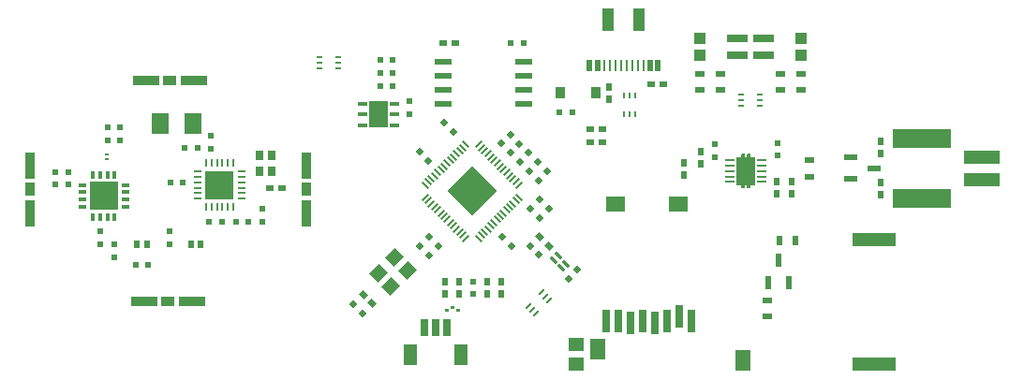
<source format=gbr>
%TF.GenerationSoftware,KiCad,Pcbnew,9.0.2+1*%
%TF.CreationDate,2025-05-31T23:41:05+01:00*%
%TF.ProjectId,OBC,4f42432e-6b69-4636-9164-5f7063625858,rev?*%
%TF.SameCoordinates,Original*%
%TF.FileFunction,Paste,Top*%
%TF.FilePolarity,Positive*%
%FSLAX45Y45*%
G04 Gerber Fmt 4.5, Leading zero omitted, Abs format (unit mm)*
G04 Created by KiCad (PCBNEW 9.0.2+1) date 2025-05-31 23:41:05*
%MOMM*%
%LPD*%
G01*
G04 APERTURE LIST*
G04 Aperture macros list*
%AMRoundRect*
0 Rectangle with rounded corners*
0 $1 Rounding radius*
0 $2 $3 $4 $5 $6 $7 $8 $9 X,Y pos of 4 corners*
0 Add a 4 corners polygon primitive as box body*
4,1,4,$2,$3,$4,$5,$6,$7,$8,$9,$2,$3,0*
0 Add four circle primitives for the rounded corners*
1,1,$1+$1,$2,$3*
1,1,$1+$1,$4,$5*
1,1,$1+$1,$6,$7*
1,1,$1+$1,$8,$9*
0 Add four rect primitives between the rounded corners*
20,1,$1+$1,$2,$3,$4,$5,0*
20,1,$1+$1,$4,$5,$6,$7,0*
20,1,$1+$1,$6,$7,$8,$9,0*
20,1,$1+$1,$8,$9,$2,$3,0*%
%AMRotRect*
0 Rectangle, with rotation*
0 The origin of the aperture is its center*
0 $1 length*
0 $2 width*
0 $3 Rotation angle, in degrees counterclockwise*
0 Add horizontal line*
21,1,$1,$2,0,0,$3*%
%AMFreePoly0*
4,1,21,-0.127000,1.244600,0.127000,1.244600,0.127000,1.549400,0.381000,1.549400,0.381000,1.244600,0.876300,1.244600,0.876300,-1.244600,0.381000,-1.244600,0.381000,-1.549400,0.127000,-1.549400,0.127000,-1.244600,-0.127000,-1.244600,-0.127000,-1.549400,-0.381000,-1.549400,-0.381000,-1.244600,-0.876300,-1.244600,-0.876300,1.244600,-0.381000,1.244600,-0.381000,1.549400,-0.127000,1.549400,
-0.127000,1.244600,-0.127000,1.244600,$1*%
G04 Aperture macros list end*
%ADD10C,0.000000*%
%ADD11C,0.010000*%
%ADD12RotRect,0.177800X0.812800X45.000000*%
%ADD13RotRect,0.177800X0.812800X315.000000*%
%ADD14RotRect,3.200400X3.200400X315.000000*%
%ADD15R,0.520000X1.000000*%
%ADD16R,0.270000X1.000000*%
%ADD17R,1.000000X2.000000*%
%ADD18R,0.800000X2.000000*%
%ADD19R,1.800000X1.400000*%
%ADD20R,1.400000X1.900000*%
%ADD21RotRect,1.100000X1.300000X135.000000*%
%ADD22R,0.925000X2.400000*%
%ADD23R,0.925000X1.300000*%
%ADD24R,2.400000X0.925000*%
%ADD25R,1.300000X0.925000*%
%ADD26R,0.812800X0.406400*%
%ADD27R,1.752600X2.489200*%
%ADD28RoundRect,0.095000X-0.285000X-0.335000X0.285000X-0.335000X0.285000X0.335000X-0.285000X0.335000X0*%
%ADD29RoundRect,0.227500X-0.227500X-0.307500X0.227500X-0.307500X0.227500X0.307500X-0.227500X0.307500X0*%
%ADD30RotRect,0.762000X0.254000X315.000000*%
%ADD31R,0.508000X0.558800*%
%ADD32R,0.499999X0.655599*%
%ADD33R,1.524000X0.533400*%
%ADD34R,0.558800X0.508000*%
%ADD35R,0.762000X0.254000*%
%ADD36R,0.254000X0.762000*%
%ADD37R,2.641600X2.641600*%
%ADD38R,0.655599X0.499999*%
%ADD39R,0.400000X0.210000*%
%ADD40R,1.450000X1.150000*%
%ADD41RotRect,0.558800X0.508000X225.000000*%
%ADD42RotRect,0.558800X0.508000X315.000000*%
%ADD43R,0.812800X0.500000*%
%ADD44R,1.244600X0.558800*%
%ADD45R,0.660400X1.549400*%
%ADD46R,1.295400X1.905000*%
%ADD47R,0.600000X1.250000*%
%ADD48R,0.304800X0.762000*%
%ADD49R,0.762000X0.304800*%
%ADD50RotRect,0.558800X0.508000X45.000000*%
%ADD51R,0.500000X0.660000*%
%ADD52R,0.609600X0.228600*%
%ADD53R,1.000000X1.050000*%
%ADD54R,1.905000X0.660400*%
%ADD55RotRect,0.558800X0.508000X135.000000*%
%ADD56RotRect,0.655599X0.499999X135.000000*%
%ADD57R,3.200400X1.244600*%
%ADD58R,5.359400X1.752600*%
%ADD59R,1.550000X1.950000*%
%ADD60R,4.000000X1.200000*%
%ADD61R,0.228600X0.609600*%
%ADD62R,0.500000X0.812800*%
%ADD63RotRect,0.655599X0.499999X315.000000*%
%ADD64RotRect,0.609600X0.228600X225.000000*%
%ADD65R,0.812800X0.254000*%
%ADD66FreePoly0,0.000000*%
G04 APERTURE END LIST*
D10*
%TO.C,MCU1*%
G36*
X15217009Y-8317849D02*
G01*
X15118000Y-8416858D01*
X15018991Y-8317849D01*
X15118000Y-8218840D01*
X15217009Y-8317849D01*
G37*
G36*
X15103858Y-8431000D02*
G01*
X15004849Y-8530009D01*
X14905840Y-8431000D01*
X15004849Y-8331991D01*
X15103858Y-8431000D01*
G37*
G36*
X15330160Y-8431000D02*
G01*
X15231151Y-8530009D01*
X15132142Y-8431000D01*
X15231151Y-8331991D01*
X15330160Y-8431000D01*
G37*
G36*
X15217009Y-8544151D02*
G01*
X15118000Y-8643160D01*
X15018991Y-8544151D01*
X15118000Y-8445142D01*
X15217009Y-8544151D01*
G37*
D11*
%TO.C,D5*%
X14893300Y-9490940D02*
X14893500Y-9490940D01*
X14893800Y-9491040D01*
X14894000Y-9491040D01*
X14894300Y-9491140D01*
X14894500Y-9491240D01*
X14894800Y-9491340D01*
X14895000Y-9491540D01*
X14895200Y-9491640D01*
X14895400Y-9491840D01*
X14895600Y-9491940D01*
X14895800Y-9492140D01*
X14896000Y-9492340D01*
X14896200Y-9492540D01*
X14896400Y-9492740D01*
X14896500Y-9492940D01*
X14896700Y-9493140D01*
X14896800Y-9493340D01*
X14897000Y-9493540D01*
X14897100Y-9493840D01*
X14897200Y-9494040D01*
X14897300Y-9494340D01*
X14897300Y-9494540D01*
X14897400Y-9494840D01*
X14897400Y-9495040D01*
X14897500Y-9495340D01*
X14897500Y-9495540D01*
X14897500Y-9495840D01*
X14897500Y-9506840D01*
X14897500Y-9507140D01*
X14897500Y-9507340D01*
X14897400Y-9507640D01*
X14897400Y-9507840D01*
X14897300Y-9508140D01*
X14897300Y-9508340D01*
X14897200Y-9508640D01*
X14897100Y-9508840D01*
X14897000Y-9509140D01*
X14896800Y-9509340D01*
X14896700Y-9509540D01*
X14896500Y-9509740D01*
X14896400Y-9509940D01*
X14896200Y-9510140D01*
X14896000Y-9510340D01*
X14895800Y-9510540D01*
X14895600Y-9510740D01*
X14895400Y-9510840D01*
X14895200Y-9511040D01*
X14895000Y-9511140D01*
X14894800Y-9511340D01*
X14894500Y-9511440D01*
X14894300Y-9511540D01*
X14894000Y-9511640D01*
X14893800Y-9511640D01*
X14893500Y-9511740D01*
X14893300Y-9511740D01*
X14893000Y-9511840D01*
X14892800Y-9511840D01*
X14892500Y-9511840D01*
X14881500Y-9511840D01*
X14881200Y-9511840D01*
X14881000Y-9511840D01*
X14880700Y-9511740D01*
X14880500Y-9511740D01*
X14880200Y-9511640D01*
X14880000Y-9511640D01*
X14879700Y-9511540D01*
X14879500Y-9511440D01*
X14879200Y-9511340D01*
X14879000Y-9511140D01*
X14878800Y-9511040D01*
X14878600Y-9510840D01*
X14878400Y-9510740D01*
X14878200Y-9510540D01*
X14878000Y-9510340D01*
X14877800Y-9510140D01*
X14877600Y-9509940D01*
X14877500Y-9509740D01*
X14877300Y-9509540D01*
X14877200Y-9509340D01*
X14877000Y-9509140D01*
X14876900Y-9508840D01*
X14876800Y-9508640D01*
X14876700Y-9508340D01*
X14876700Y-9508140D01*
X14876600Y-9507840D01*
X14876600Y-9507640D01*
X14876500Y-9507340D01*
X14876500Y-9507140D01*
X14876500Y-9506840D01*
X14876500Y-9495840D01*
X14876500Y-9495540D01*
X14876500Y-9495340D01*
X14876600Y-9495040D01*
X14876600Y-9494840D01*
X14876700Y-9494540D01*
X14876700Y-9494340D01*
X14876800Y-9494040D01*
X14876900Y-9493840D01*
X14877000Y-9493540D01*
X14877200Y-9493340D01*
X14877300Y-9493140D01*
X14877500Y-9492940D01*
X14877600Y-9492740D01*
X14877800Y-9492540D01*
X14878000Y-9492340D01*
X14878200Y-9492140D01*
X14878400Y-9491940D01*
X14878600Y-9491840D01*
X14878800Y-9491640D01*
X14879000Y-9491540D01*
X14879200Y-9491340D01*
X14879500Y-9491240D01*
X14879700Y-9491140D01*
X14880000Y-9491040D01*
X14880200Y-9491040D01*
X14880500Y-9490940D01*
X14880700Y-9490940D01*
X14881000Y-9490840D01*
X14881200Y-9490840D01*
X14881500Y-9490840D01*
X14892500Y-9490840D01*
X14892800Y-9490840D01*
X14893000Y-9490840D01*
X14893300Y-9490940D01*
G36*
X14893300Y-9490940D02*
G01*
X14893500Y-9490940D01*
X14893800Y-9491040D01*
X14894000Y-9491040D01*
X14894300Y-9491140D01*
X14894500Y-9491240D01*
X14894800Y-9491340D01*
X14895000Y-9491540D01*
X14895200Y-9491640D01*
X14895400Y-9491840D01*
X14895600Y-9491940D01*
X14895800Y-9492140D01*
X14896000Y-9492340D01*
X14896200Y-9492540D01*
X14896400Y-9492740D01*
X14896500Y-9492940D01*
X14896700Y-9493140D01*
X14896800Y-9493340D01*
X14897000Y-9493540D01*
X14897100Y-9493840D01*
X14897200Y-9494040D01*
X14897300Y-9494340D01*
X14897300Y-9494540D01*
X14897400Y-9494840D01*
X14897400Y-9495040D01*
X14897500Y-9495340D01*
X14897500Y-9495540D01*
X14897500Y-9495840D01*
X14897500Y-9506840D01*
X14897500Y-9507140D01*
X14897500Y-9507340D01*
X14897400Y-9507640D01*
X14897400Y-9507840D01*
X14897300Y-9508140D01*
X14897300Y-9508340D01*
X14897200Y-9508640D01*
X14897100Y-9508840D01*
X14897000Y-9509140D01*
X14896800Y-9509340D01*
X14896700Y-9509540D01*
X14896500Y-9509740D01*
X14896400Y-9509940D01*
X14896200Y-9510140D01*
X14896000Y-9510340D01*
X14895800Y-9510540D01*
X14895600Y-9510740D01*
X14895400Y-9510840D01*
X14895200Y-9511040D01*
X14895000Y-9511140D01*
X14894800Y-9511340D01*
X14894500Y-9511440D01*
X14894300Y-9511540D01*
X14894000Y-9511640D01*
X14893800Y-9511640D01*
X14893500Y-9511740D01*
X14893300Y-9511740D01*
X14893000Y-9511840D01*
X14892800Y-9511840D01*
X14892500Y-9511840D01*
X14881500Y-9511840D01*
X14881200Y-9511840D01*
X14881000Y-9511840D01*
X14880700Y-9511740D01*
X14880500Y-9511740D01*
X14880200Y-9511640D01*
X14880000Y-9511640D01*
X14879700Y-9511540D01*
X14879500Y-9511440D01*
X14879200Y-9511340D01*
X14879000Y-9511140D01*
X14878800Y-9511040D01*
X14878600Y-9510840D01*
X14878400Y-9510740D01*
X14878200Y-9510540D01*
X14878000Y-9510340D01*
X14877800Y-9510140D01*
X14877600Y-9509940D01*
X14877500Y-9509740D01*
X14877300Y-9509540D01*
X14877200Y-9509340D01*
X14877000Y-9509140D01*
X14876900Y-9508840D01*
X14876800Y-9508640D01*
X14876700Y-9508340D01*
X14876700Y-9508140D01*
X14876600Y-9507840D01*
X14876600Y-9507640D01*
X14876500Y-9507340D01*
X14876500Y-9507140D01*
X14876500Y-9506840D01*
X14876500Y-9495840D01*
X14876500Y-9495540D01*
X14876500Y-9495340D01*
X14876600Y-9495040D01*
X14876600Y-9494840D01*
X14876700Y-9494540D01*
X14876700Y-9494340D01*
X14876800Y-9494040D01*
X14876900Y-9493840D01*
X14877000Y-9493540D01*
X14877200Y-9493340D01*
X14877300Y-9493140D01*
X14877500Y-9492940D01*
X14877600Y-9492740D01*
X14877800Y-9492540D01*
X14878000Y-9492340D01*
X14878200Y-9492140D01*
X14878400Y-9491940D01*
X14878600Y-9491840D01*
X14878800Y-9491640D01*
X14879000Y-9491540D01*
X14879200Y-9491340D01*
X14879500Y-9491240D01*
X14879700Y-9491140D01*
X14880000Y-9491040D01*
X14880200Y-9491040D01*
X14880500Y-9490940D01*
X14880700Y-9490940D01*
X14881000Y-9490840D01*
X14881200Y-9490840D01*
X14881500Y-9490840D01*
X14892500Y-9490840D01*
X14892800Y-9490840D01*
X14893000Y-9490840D01*
X14893300Y-9490940D01*
G37*
X14943300Y-9465940D02*
X14943500Y-9465940D01*
X14943800Y-9466040D01*
X14944000Y-9466040D01*
X14944300Y-9466140D01*
X14944500Y-9466240D01*
X14944800Y-9466340D01*
X14945000Y-9466540D01*
X14945200Y-9466640D01*
X14945400Y-9466840D01*
X14945600Y-9466940D01*
X14945800Y-9467140D01*
X14946000Y-9467340D01*
X14946200Y-9467540D01*
X14946400Y-9467740D01*
X14946500Y-9467940D01*
X14946700Y-9468140D01*
X14946800Y-9468340D01*
X14947000Y-9468540D01*
X14947100Y-9468840D01*
X14947200Y-9469040D01*
X14947300Y-9469340D01*
X14947300Y-9469540D01*
X14947400Y-9469840D01*
X14947400Y-9470040D01*
X14947500Y-9470340D01*
X14947500Y-9470540D01*
X14947500Y-9470840D01*
X14947500Y-9481840D01*
X14947500Y-9482140D01*
X14947500Y-9482340D01*
X14947400Y-9482640D01*
X14947400Y-9482840D01*
X14947300Y-9483140D01*
X14947300Y-9483340D01*
X14947200Y-9483640D01*
X14947100Y-9483840D01*
X14947000Y-9484140D01*
X14946800Y-9484340D01*
X14946700Y-9484540D01*
X14946500Y-9484740D01*
X14946400Y-9484940D01*
X14946200Y-9485140D01*
X14946000Y-9485340D01*
X14945800Y-9485540D01*
X14945600Y-9485740D01*
X14945400Y-9485840D01*
X14945200Y-9486040D01*
X14945000Y-9486140D01*
X14944800Y-9486340D01*
X14944500Y-9486440D01*
X14944300Y-9486540D01*
X14944000Y-9486640D01*
X14943800Y-9486640D01*
X14943500Y-9486740D01*
X14943300Y-9486740D01*
X14943000Y-9486840D01*
X14942800Y-9486840D01*
X14942500Y-9486840D01*
X14931500Y-9486840D01*
X14931200Y-9486840D01*
X14931000Y-9486840D01*
X14930700Y-9486740D01*
X14930500Y-9486740D01*
X14930200Y-9486640D01*
X14930000Y-9486640D01*
X14929700Y-9486540D01*
X14929500Y-9486440D01*
X14929200Y-9486340D01*
X14929000Y-9486140D01*
X14928800Y-9486040D01*
X14928600Y-9485840D01*
X14928400Y-9485740D01*
X14928200Y-9485540D01*
X14928000Y-9485340D01*
X14927800Y-9485140D01*
X14927600Y-9484940D01*
X14927500Y-9484740D01*
X14927300Y-9484540D01*
X14927200Y-9484340D01*
X14927000Y-9484140D01*
X14926900Y-9483840D01*
X14926800Y-9483640D01*
X14926700Y-9483340D01*
X14926700Y-9483140D01*
X14926600Y-9482840D01*
X14926600Y-9482640D01*
X14926500Y-9482340D01*
X14926500Y-9482140D01*
X14926500Y-9481840D01*
X14926500Y-9470840D01*
X14926500Y-9470540D01*
X14926500Y-9470340D01*
X14926600Y-9470040D01*
X14926600Y-9469840D01*
X14926700Y-9469540D01*
X14926700Y-9469340D01*
X14926800Y-9469040D01*
X14926900Y-9468840D01*
X14927000Y-9468540D01*
X14927200Y-9468340D01*
X14927300Y-9468140D01*
X14927500Y-9467940D01*
X14927600Y-9467740D01*
X14927800Y-9467540D01*
X14928000Y-9467340D01*
X14928200Y-9467140D01*
X14928400Y-9466940D01*
X14928600Y-9466840D01*
X14928800Y-9466640D01*
X14929000Y-9466540D01*
X14929200Y-9466340D01*
X14929500Y-9466240D01*
X14929700Y-9466140D01*
X14930000Y-9466040D01*
X14930200Y-9466040D01*
X14930500Y-9465940D01*
X14930700Y-9465940D01*
X14931000Y-9465840D01*
X14931200Y-9465840D01*
X14931500Y-9465840D01*
X14942500Y-9465840D01*
X14942800Y-9465840D01*
X14943000Y-9465840D01*
X14943300Y-9465940D01*
G36*
X14943300Y-9465940D02*
G01*
X14943500Y-9465940D01*
X14943800Y-9466040D01*
X14944000Y-9466040D01*
X14944300Y-9466140D01*
X14944500Y-9466240D01*
X14944800Y-9466340D01*
X14945000Y-9466540D01*
X14945200Y-9466640D01*
X14945400Y-9466840D01*
X14945600Y-9466940D01*
X14945800Y-9467140D01*
X14946000Y-9467340D01*
X14946200Y-9467540D01*
X14946400Y-9467740D01*
X14946500Y-9467940D01*
X14946700Y-9468140D01*
X14946800Y-9468340D01*
X14947000Y-9468540D01*
X14947100Y-9468840D01*
X14947200Y-9469040D01*
X14947300Y-9469340D01*
X14947300Y-9469540D01*
X14947400Y-9469840D01*
X14947400Y-9470040D01*
X14947500Y-9470340D01*
X14947500Y-9470540D01*
X14947500Y-9470840D01*
X14947500Y-9481840D01*
X14947500Y-9482140D01*
X14947500Y-9482340D01*
X14947400Y-9482640D01*
X14947400Y-9482840D01*
X14947300Y-9483140D01*
X14947300Y-9483340D01*
X14947200Y-9483640D01*
X14947100Y-9483840D01*
X14947000Y-9484140D01*
X14946800Y-9484340D01*
X14946700Y-9484540D01*
X14946500Y-9484740D01*
X14946400Y-9484940D01*
X14946200Y-9485140D01*
X14946000Y-9485340D01*
X14945800Y-9485540D01*
X14945600Y-9485740D01*
X14945400Y-9485840D01*
X14945200Y-9486040D01*
X14945000Y-9486140D01*
X14944800Y-9486340D01*
X14944500Y-9486440D01*
X14944300Y-9486540D01*
X14944000Y-9486640D01*
X14943800Y-9486640D01*
X14943500Y-9486740D01*
X14943300Y-9486740D01*
X14943000Y-9486840D01*
X14942800Y-9486840D01*
X14942500Y-9486840D01*
X14931500Y-9486840D01*
X14931200Y-9486840D01*
X14931000Y-9486840D01*
X14930700Y-9486740D01*
X14930500Y-9486740D01*
X14930200Y-9486640D01*
X14930000Y-9486640D01*
X14929700Y-9486540D01*
X14929500Y-9486440D01*
X14929200Y-9486340D01*
X14929000Y-9486140D01*
X14928800Y-9486040D01*
X14928600Y-9485840D01*
X14928400Y-9485740D01*
X14928200Y-9485540D01*
X14928000Y-9485340D01*
X14927800Y-9485140D01*
X14927600Y-9484940D01*
X14927500Y-9484740D01*
X14927300Y-9484540D01*
X14927200Y-9484340D01*
X14927000Y-9484140D01*
X14926900Y-9483840D01*
X14926800Y-9483640D01*
X14926700Y-9483340D01*
X14926700Y-9483140D01*
X14926600Y-9482840D01*
X14926600Y-9482640D01*
X14926500Y-9482340D01*
X14926500Y-9482140D01*
X14926500Y-9481840D01*
X14926500Y-9470840D01*
X14926500Y-9470540D01*
X14926500Y-9470340D01*
X14926600Y-9470040D01*
X14926600Y-9469840D01*
X14926700Y-9469540D01*
X14926700Y-9469340D01*
X14926800Y-9469040D01*
X14926900Y-9468840D01*
X14927000Y-9468540D01*
X14927200Y-9468340D01*
X14927300Y-9468140D01*
X14927500Y-9467940D01*
X14927600Y-9467740D01*
X14927800Y-9467540D01*
X14928000Y-9467340D01*
X14928200Y-9467140D01*
X14928400Y-9466940D01*
X14928600Y-9466840D01*
X14928800Y-9466640D01*
X14929000Y-9466540D01*
X14929200Y-9466340D01*
X14929500Y-9466240D01*
X14929700Y-9466140D01*
X14930000Y-9466040D01*
X14930200Y-9466040D01*
X14930500Y-9465940D01*
X14930700Y-9465940D01*
X14931000Y-9465840D01*
X14931200Y-9465840D01*
X14931500Y-9465840D01*
X14942500Y-9465840D01*
X14942800Y-9465840D01*
X14943000Y-9465840D01*
X14943300Y-9465940D01*
G37*
X14993300Y-9490940D02*
X14993500Y-9490940D01*
X14993800Y-9491040D01*
X14994000Y-9491040D01*
X14994300Y-9491140D01*
X14994500Y-9491240D01*
X14994800Y-9491340D01*
X14995000Y-9491540D01*
X14995200Y-9491640D01*
X14995400Y-9491840D01*
X14995600Y-9491940D01*
X14995800Y-9492140D01*
X14996000Y-9492340D01*
X14996200Y-9492540D01*
X14996400Y-9492740D01*
X14996500Y-9492940D01*
X14996700Y-9493140D01*
X14996800Y-9493340D01*
X14997000Y-9493540D01*
X14997100Y-9493840D01*
X14997200Y-9494040D01*
X14997300Y-9494340D01*
X14997300Y-9494540D01*
X14997400Y-9494840D01*
X14997400Y-9495040D01*
X14997500Y-9495340D01*
X14997500Y-9495540D01*
X14997500Y-9495840D01*
X14997500Y-9506840D01*
X14997500Y-9507140D01*
X14997500Y-9507340D01*
X14997400Y-9507640D01*
X14997400Y-9507840D01*
X14997300Y-9508140D01*
X14997300Y-9508340D01*
X14997200Y-9508640D01*
X14997100Y-9508840D01*
X14997000Y-9509140D01*
X14996800Y-9509340D01*
X14996700Y-9509540D01*
X14996500Y-9509740D01*
X14996400Y-9509940D01*
X14996200Y-9510140D01*
X14996000Y-9510340D01*
X14995800Y-9510540D01*
X14995600Y-9510740D01*
X14995400Y-9510840D01*
X14995200Y-9511040D01*
X14995000Y-9511140D01*
X14994800Y-9511340D01*
X14994500Y-9511440D01*
X14994300Y-9511540D01*
X14994000Y-9511640D01*
X14993800Y-9511640D01*
X14993500Y-9511740D01*
X14993300Y-9511740D01*
X14993000Y-9511840D01*
X14992800Y-9511840D01*
X14992500Y-9511840D01*
X14981500Y-9511840D01*
X14981200Y-9511840D01*
X14981000Y-9511840D01*
X14980700Y-9511740D01*
X14980500Y-9511740D01*
X14980200Y-9511640D01*
X14980000Y-9511640D01*
X14979700Y-9511540D01*
X14979500Y-9511440D01*
X14979200Y-9511340D01*
X14979000Y-9511140D01*
X14978800Y-9511040D01*
X14978600Y-9510840D01*
X14978400Y-9510740D01*
X14978200Y-9510540D01*
X14978000Y-9510340D01*
X14977800Y-9510140D01*
X14977600Y-9509940D01*
X14977500Y-9509740D01*
X14977300Y-9509540D01*
X14977200Y-9509340D01*
X14977000Y-9509140D01*
X14976900Y-9508840D01*
X14976800Y-9508640D01*
X14976700Y-9508340D01*
X14976700Y-9508140D01*
X14976600Y-9507840D01*
X14976600Y-9507640D01*
X14976500Y-9507340D01*
X14976500Y-9507140D01*
X14976500Y-9506840D01*
X14976500Y-9495840D01*
X14976500Y-9495540D01*
X14976500Y-9495340D01*
X14976600Y-9495040D01*
X14976600Y-9494840D01*
X14976700Y-9494540D01*
X14976700Y-9494340D01*
X14976800Y-9494040D01*
X14976900Y-9493840D01*
X14977000Y-9493540D01*
X14977200Y-9493340D01*
X14977300Y-9493140D01*
X14977500Y-9492940D01*
X14977600Y-9492740D01*
X14977800Y-9492540D01*
X14978000Y-9492340D01*
X14978200Y-9492140D01*
X14978400Y-9491940D01*
X14978600Y-9491840D01*
X14978800Y-9491640D01*
X14979000Y-9491540D01*
X14979200Y-9491340D01*
X14979500Y-9491240D01*
X14979700Y-9491140D01*
X14980000Y-9491040D01*
X14980200Y-9491040D01*
X14980500Y-9490940D01*
X14980700Y-9490940D01*
X14981000Y-9490840D01*
X14981200Y-9490840D01*
X14981500Y-9490840D01*
X14992500Y-9490840D01*
X14992800Y-9490840D01*
X14993000Y-9490840D01*
X14993300Y-9490940D01*
G36*
X14993300Y-9490940D02*
G01*
X14993500Y-9490940D01*
X14993800Y-9491040D01*
X14994000Y-9491040D01*
X14994300Y-9491140D01*
X14994500Y-9491240D01*
X14994800Y-9491340D01*
X14995000Y-9491540D01*
X14995200Y-9491640D01*
X14995400Y-9491840D01*
X14995600Y-9491940D01*
X14995800Y-9492140D01*
X14996000Y-9492340D01*
X14996200Y-9492540D01*
X14996400Y-9492740D01*
X14996500Y-9492940D01*
X14996700Y-9493140D01*
X14996800Y-9493340D01*
X14997000Y-9493540D01*
X14997100Y-9493840D01*
X14997200Y-9494040D01*
X14997300Y-9494340D01*
X14997300Y-9494540D01*
X14997400Y-9494840D01*
X14997400Y-9495040D01*
X14997500Y-9495340D01*
X14997500Y-9495540D01*
X14997500Y-9495840D01*
X14997500Y-9506840D01*
X14997500Y-9507140D01*
X14997500Y-9507340D01*
X14997400Y-9507640D01*
X14997400Y-9507840D01*
X14997300Y-9508140D01*
X14997300Y-9508340D01*
X14997200Y-9508640D01*
X14997100Y-9508840D01*
X14997000Y-9509140D01*
X14996800Y-9509340D01*
X14996700Y-9509540D01*
X14996500Y-9509740D01*
X14996400Y-9509940D01*
X14996200Y-9510140D01*
X14996000Y-9510340D01*
X14995800Y-9510540D01*
X14995600Y-9510740D01*
X14995400Y-9510840D01*
X14995200Y-9511040D01*
X14995000Y-9511140D01*
X14994800Y-9511340D01*
X14994500Y-9511440D01*
X14994300Y-9511540D01*
X14994000Y-9511640D01*
X14993800Y-9511640D01*
X14993500Y-9511740D01*
X14993300Y-9511740D01*
X14993000Y-9511840D01*
X14992800Y-9511840D01*
X14992500Y-9511840D01*
X14981500Y-9511840D01*
X14981200Y-9511840D01*
X14981000Y-9511840D01*
X14980700Y-9511740D01*
X14980500Y-9511740D01*
X14980200Y-9511640D01*
X14980000Y-9511640D01*
X14979700Y-9511540D01*
X14979500Y-9511440D01*
X14979200Y-9511340D01*
X14979000Y-9511140D01*
X14978800Y-9511040D01*
X14978600Y-9510840D01*
X14978400Y-9510740D01*
X14978200Y-9510540D01*
X14978000Y-9510340D01*
X14977800Y-9510140D01*
X14977600Y-9509940D01*
X14977500Y-9509740D01*
X14977300Y-9509540D01*
X14977200Y-9509340D01*
X14977000Y-9509140D01*
X14976900Y-9508840D01*
X14976800Y-9508640D01*
X14976700Y-9508340D01*
X14976700Y-9508140D01*
X14976600Y-9507840D01*
X14976600Y-9507640D01*
X14976500Y-9507340D01*
X14976500Y-9507140D01*
X14976500Y-9506840D01*
X14976500Y-9495840D01*
X14976500Y-9495540D01*
X14976500Y-9495340D01*
X14976600Y-9495040D01*
X14976600Y-9494840D01*
X14976700Y-9494540D01*
X14976700Y-9494340D01*
X14976800Y-9494040D01*
X14976900Y-9493840D01*
X14977000Y-9493540D01*
X14977200Y-9493340D01*
X14977300Y-9493140D01*
X14977500Y-9492940D01*
X14977600Y-9492740D01*
X14977800Y-9492540D01*
X14978000Y-9492340D01*
X14978200Y-9492140D01*
X14978400Y-9491940D01*
X14978600Y-9491840D01*
X14978800Y-9491640D01*
X14979000Y-9491540D01*
X14979200Y-9491340D01*
X14979500Y-9491240D01*
X14979700Y-9491140D01*
X14980000Y-9491040D01*
X14980200Y-9491040D01*
X14980500Y-9490940D01*
X14980700Y-9490940D01*
X14981000Y-9490840D01*
X14981200Y-9490840D01*
X14981500Y-9490840D01*
X14992500Y-9490840D01*
X14992800Y-9490840D01*
X14993000Y-9490840D01*
X14993300Y-9490940D01*
G37*
D10*
%TO.C,U1*%
G36*
X12826582Y-8363708D02*
G01*
X12714502Y-8363708D01*
X12714502Y-8251628D01*
X12826582Y-8251628D01*
X12826582Y-8363708D01*
G37*
G36*
X12826582Y-8495788D02*
G01*
X12714502Y-8495788D01*
X12714502Y-8383708D01*
X12826582Y-8383708D01*
X12826582Y-8495788D01*
G37*
G36*
X12958662Y-8363708D02*
G01*
X12846582Y-8363708D01*
X12846582Y-8251628D01*
X12958662Y-8251628D01*
X12958662Y-8363708D01*
G37*
G36*
X12958662Y-8495788D02*
G01*
X12846582Y-8495788D01*
X12846582Y-8383708D01*
X12958662Y-8383708D01*
X12958662Y-8495788D01*
G37*
%TO.C,U3*%
G36*
X11780064Y-8462703D02*
G01*
X11667984Y-8462703D01*
X11667984Y-8350623D01*
X11780064Y-8350623D01*
X11780064Y-8462703D01*
G37*
G36*
X11780064Y-8594783D02*
G01*
X11667984Y-8594783D01*
X11667984Y-8482703D01*
X11780064Y-8482703D01*
X11780064Y-8594783D01*
G37*
G36*
X11912144Y-8462703D02*
G01*
X11800064Y-8462703D01*
X11800064Y-8350623D01*
X11912144Y-8350623D01*
X11912144Y-8462703D01*
G37*
G36*
X11912144Y-8594783D02*
G01*
X11800064Y-8594783D01*
X11800064Y-8482703D01*
X11912144Y-8482703D01*
X11912144Y-8594783D01*
G37*
%TO.C,U4*%
G36*
X17581435Y-8122725D02*
G01*
X17556035Y-8122725D01*
X17556035Y-8092245D01*
X17581435Y-8092245D01*
X17581435Y-8122725D01*
G37*
G36*
X17581435Y-8402125D02*
G01*
X17556035Y-8402125D01*
X17556035Y-8371645D01*
X17581435Y-8371645D01*
X17581435Y-8402125D01*
G37*
G36*
X17632235Y-8122725D02*
G01*
X17606835Y-8122725D01*
X17606835Y-8092245D01*
X17632235Y-8092245D01*
X17632235Y-8122725D01*
G37*
G36*
X17632235Y-8402125D02*
G01*
X17606835Y-8402125D01*
X17606835Y-8371645D01*
X17632235Y-8371645D01*
X17632235Y-8402125D01*
G37*
%TD*%
D12*
%TO.C,MCU1*%
X15061177Y-8006481D03*
X15032893Y-8034766D03*
X15004608Y-8063050D03*
X14976324Y-8091334D03*
X14948040Y-8119618D03*
X14919755Y-8147903D03*
X14891471Y-8176187D03*
X14863187Y-8204471D03*
X14834903Y-8232755D03*
X14806618Y-8261040D03*
X14778334Y-8289324D03*
X14750050Y-8317608D03*
X14721766Y-8345893D03*
X14693481Y-8374177D03*
D13*
X14693481Y-8487823D03*
X14721766Y-8516107D03*
X14750050Y-8544392D03*
X14778334Y-8572676D03*
X14806618Y-8600960D03*
X14834903Y-8629245D03*
X14863187Y-8657529D03*
X14891471Y-8685813D03*
X14919755Y-8714097D03*
X14948040Y-8742382D03*
X14976324Y-8770666D03*
X15004608Y-8798950D03*
X15032893Y-8827234D03*
X15061177Y-8855519D03*
D12*
X15174823Y-8855519D03*
X15203107Y-8827234D03*
X15231392Y-8798950D03*
X15259676Y-8770666D03*
X15287960Y-8742382D03*
X15316244Y-8714097D03*
X15344529Y-8685813D03*
X15372813Y-8657529D03*
X15401097Y-8629245D03*
X15429382Y-8600960D03*
X15457666Y-8572676D03*
X15485950Y-8544392D03*
X15514234Y-8516107D03*
X15542519Y-8487823D03*
D13*
X15542519Y-8374177D03*
X15514234Y-8345893D03*
X15485950Y-8317608D03*
X15457666Y-8289324D03*
X15429382Y-8261040D03*
X15401097Y-8232755D03*
X15372813Y-8204471D03*
X15344529Y-8176187D03*
X15316244Y-8147903D03*
X15287960Y-8119618D03*
X15259676Y-8091334D03*
X15231392Y-8063050D03*
X15203107Y-8034766D03*
X15174823Y-8006481D03*
D14*
X15118000Y-8431000D03*
%TD*%
D15*
%TO.C,J6*%
X16798925Y-7297250D03*
X16723925Y-7297250D03*
D16*
X16663925Y-7297250D03*
X16613925Y-7297250D03*
X16563925Y-7297250D03*
X16513925Y-7297250D03*
X16463925Y-7297250D03*
X16413925Y-7297250D03*
X16363925Y-7297250D03*
X16313925Y-7297250D03*
D15*
X16253925Y-7297250D03*
X16178925Y-7297250D03*
D17*
X16628925Y-6877250D03*
X16348925Y-6877250D03*
%TD*%
D18*
%TO.C,J3*%
X17099500Y-9601000D03*
X16989500Y-9561000D03*
X16879500Y-9601000D03*
X16769500Y-9621000D03*
X16659500Y-9601000D03*
X16549500Y-9621000D03*
X16439500Y-9601000D03*
X16329500Y-9601000D03*
D19*
X16410500Y-8546000D03*
X16980500Y-8546000D03*
D20*
X16250500Y-9861000D03*
X17565500Y-9961000D03*
%TD*%
D21*
%TO.C,XTAL2*%
X14384508Y-9291992D03*
X14533000Y-9143500D03*
X14416327Y-9026827D03*
X14267835Y-9175320D03*
%TD*%
D22*
%TO.C,MP3*%
X11118000Y-8198500D03*
D23*
X11118000Y-8413500D03*
D22*
X11118000Y-8628500D03*
%TD*%
D24*
%TO.C,MP4*%
X12583000Y-9431000D03*
D25*
X12368000Y-9431000D03*
D24*
X12153000Y-9431000D03*
%TD*%
D22*
%TO.C,MP1*%
X13618000Y-8628500D03*
D23*
X13618000Y-8413500D03*
D22*
X13618000Y-8198500D03*
%TD*%
D24*
%TO.C,MP2*%
X12170500Y-7431000D03*
D25*
X12385500Y-7431000D03*
D24*
X12600500Y-7431000D03*
%TD*%
D26*
%TO.C,U7*%
X14417780Y-7831000D03*
X14417780Y-7736000D03*
X14417780Y-7641000D03*
X14128220Y-7641000D03*
X14128220Y-7736000D03*
X14128220Y-7831000D03*
D27*
X14273000Y-7736000D03*
%TD*%
D28*
%TO.C,XTAL1*%
X13195503Y-8109188D03*
X13195503Y-8254188D03*
X13310503Y-8254188D03*
X13310503Y-8109188D03*
%TD*%
D29*
%TO.C,D4*%
X16233500Y-7536000D03*
X15912500Y-7536000D03*
%TD*%
D30*
%TO.C,U2*%
X15894736Y-9015710D03*
X15855223Y-9055223D03*
X15925269Y-9125269D03*
X15964782Y-9085756D03*
%TD*%
D31*
%TO.C,C3*%
X13220582Y-8591888D03*
X13220582Y-8706188D03*
%TD*%
D32*
%TO.C,R15*%
X15254008Y-9360250D03*
X15254008Y-9249690D03*
%TD*%
D31*
%TO.C,C22*%
X15128206Y-9247820D03*
X15128206Y-9362120D03*
%TD*%
D33*
%TO.C,U6*%
X14853510Y-7260000D03*
X14853510Y-7387000D03*
X14853510Y-7514000D03*
X14853510Y-7641000D03*
X15582490Y-7641000D03*
X15582490Y-7514000D03*
X15582490Y-7387000D03*
X15582490Y-7260000D03*
%TD*%
D34*
%TO.C,C21*%
X11820850Y-7971000D03*
X11935150Y-7971000D03*
%TD*%
D35*
%TO.C,U1*%
X13033432Y-8498708D03*
X13033432Y-8448708D03*
X13033432Y-8398708D03*
X13033432Y-8348708D03*
X13033432Y-8298708D03*
X13033432Y-8248708D03*
D36*
X12961582Y-8176858D03*
X12911582Y-8176858D03*
X12861582Y-8176858D03*
X12811582Y-8176858D03*
X12761582Y-8176858D03*
X12711582Y-8176858D03*
D35*
X12639732Y-8248708D03*
X12639732Y-8298708D03*
X12639732Y-8348708D03*
X12639732Y-8398708D03*
X12639732Y-8448708D03*
X12639732Y-8498708D03*
D36*
X12711582Y-8570558D03*
X12761582Y-8570558D03*
X12811582Y-8570558D03*
X12861582Y-8570558D03*
X12911582Y-8570558D03*
X12961582Y-8570558D03*
D37*
X12836582Y-8373708D03*
%TD*%
D38*
%TO.C,R17*%
X16298560Y-7991000D03*
X16188000Y-7991000D03*
%TD*%
D39*
%TO.C,L4*%
X11820064Y-8140933D03*
X11820064Y-8096933D03*
%TD*%
D40*
%TO.C,C12*%
X16054500Y-9997000D03*
X16054500Y-9817000D03*
%TD*%
D41*
%TO.C,C28*%
X14725072Y-8846428D03*
X14644250Y-8927250D03*
%TD*%
D31*
%TO.C,C16*%
X17308000Y-8006700D03*
X17308000Y-8121000D03*
%TD*%
D41*
%TO.C,C10*%
X16070411Y-9139589D03*
X15989589Y-9220411D03*
%TD*%
D34*
%TO.C,C1*%
X13096882Y-8708358D03*
X12982582Y-8708358D03*
%TD*%
D31*
%TO.C,C38*%
X14548000Y-7618850D03*
X14548000Y-7733150D03*
%TD*%
D42*
%TO.C,C32*%
X15644855Y-8591828D03*
X15725677Y-8672650D03*
%TD*%
D43*
%TO.C,R11*%
X18169395Y-8147185D03*
X18169395Y-8297185D03*
%TD*%
D31*
%TO.C,C15*%
X11757564Y-8910203D03*
X11757564Y-8795903D03*
%TD*%
D42*
%TO.C,C35*%
X15390178Y-8843178D03*
X15471000Y-8924000D03*
%TD*%
D44*
%TO.C,CR4*%
X18538915Y-8127185D03*
X18538915Y-8317685D03*
X18749735Y-8222435D03*
%TD*%
D45*
%TO.C,J5*%
X14888000Y-9661000D03*
X14788000Y-9661000D03*
X14688000Y-9661000D03*
D46*
X14558000Y-9913500D03*
X15018000Y-9913500D03*
%TD*%
D47*
%TO.C,IC2*%
X17792713Y-9261000D03*
X17983713Y-9261000D03*
X17888213Y-9051000D03*
%TD*%
D38*
%TO.C,R24*%
X14968000Y-7086000D03*
X14857440Y-7086000D03*
%TD*%
D32*
%TO.C,R10*%
X18809325Y-7982155D03*
X18809325Y-8092715D03*
%TD*%
D43*
%TO.C,R13*%
X18088000Y-7516000D03*
X18088000Y-7366000D03*
%TD*%
D32*
%TO.C,R19*%
X15002403Y-9360250D03*
X15002403Y-9249690D03*
%TD*%
D34*
%TO.C,C19*%
X11820850Y-7851000D03*
X11935150Y-7851000D03*
%TD*%
D32*
%TO.C,R23*%
X16357000Y-7491000D03*
X16357000Y-7601560D03*
%TD*%
D48*
%TO.C,U3*%
X11887564Y-8280933D03*
X11822565Y-8280933D03*
X11757564Y-8280933D03*
X11692565Y-8280933D03*
D49*
X11598294Y-8375203D03*
X11598294Y-8440203D03*
X11598294Y-8505203D03*
X11598294Y-8570203D03*
D48*
X11692565Y-8664473D03*
X11757564Y-8664473D03*
X11822565Y-8664473D03*
X11887564Y-8664473D03*
D49*
X11981834Y-8570203D03*
X11981834Y-8505203D03*
X11981834Y-8440203D03*
X11981834Y-8375203D03*
D37*
X11790064Y-8472703D03*
%TD*%
D38*
%TO.C,R1*%
X13402142Y-8399188D03*
X13291582Y-8399188D03*
%TD*%
D50*
%TO.C,C30*%
X15464678Y-8081754D03*
X15545501Y-8000932D03*
%TD*%
D51*
%TO.C,L2*%
X12665000Y-8910000D03*
X12575000Y-8910000D03*
%TD*%
D31*
%TO.C,C5*%
X12759732Y-8042658D03*
X12759732Y-7928358D03*
%TD*%
D32*
%TO.C,R9*%
X17873915Y-8341905D03*
X17873915Y-8452465D03*
%TD*%
%TO.C,R18*%
X14877000Y-9360250D03*
X14877000Y-9249690D03*
%TD*%
D50*
%TO.C,C33*%
X15548455Y-8165531D03*
X15629277Y-8084708D03*
%TD*%
D34*
%TO.C,C7*%
X12633732Y-8039188D03*
X12519432Y-8039188D03*
%TD*%
D50*
%TO.C,C27*%
X15716007Y-8333083D03*
X15796830Y-8252261D03*
%TD*%
D31*
%TO.C,C17*%
X11468000Y-8371000D03*
X11468000Y-8256700D03*
%TD*%
D52*
%TO.C,D1*%
X13908170Y-7321000D03*
X13908170Y-7271000D03*
X13908170Y-7221000D03*
X13737990Y-7221000D03*
X13737990Y-7271000D03*
X13737990Y-7321000D03*
%TD*%
D41*
%TO.C,C25*%
X15461724Y-7917156D03*
X15380902Y-7997978D03*
%TD*%
D53*
%TO.C,CR1*%
X18088000Y-7201000D03*
X18088000Y-7051000D03*
%TD*%
D31*
%TO.C,C18*%
X11348000Y-8371000D03*
X11348000Y-8256700D03*
%TD*%
D43*
%TO.C,R6*%
X17788000Y-9416000D03*
X17788000Y-9566000D03*
%TD*%
D54*
%TO.C,U5*%
X17754300Y-7201000D03*
X17754300Y-7051000D03*
X17513000Y-7051000D03*
X17513000Y-7201000D03*
%TD*%
D34*
%TO.C,C13*%
X12077850Y-9100000D03*
X12192150Y-9100000D03*
%TD*%
D31*
%TO.C,C14*%
X11881280Y-8912850D03*
X11881280Y-9027150D03*
%TD*%
D55*
%TO.C,C31*%
X14947911Y-7892911D03*
X14867089Y-7812089D03*
%TD*%
D43*
%TO.C,R4*%
X17903000Y-7366000D03*
X17903000Y-7516000D03*
%TD*%
D52*
%TO.C,IC1*%
X17716820Y-7656800D03*
X17716820Y-7606000D03*
X17716820Y-7555200D03*
X17549180Y-7555200D03*
X17549180Y-7606000D03*
X17549180Y-7656800D03*
%TD*%
D32*
%TO.C,R3*%
X17028000Y-8282185D03*
X17028000Y-8171625D03*
%TD*%
D38*
%TO.C,R16*%
X16298560Y-7868584D03*
X16188000Y-7868584D03*
%TD*%
D56*
%TO.C,R21*%
X14213232Y-9445986D03*
X14135054Y-9367808D03*
%TD*%
D42*
%TO.C,C26*%
X15728837Y-8507518D03*
X15809659Y-8588341D03*
%TD*%
D55*
%TO.C,C41*%
X15723411Y-9006411D03*
X15642589Y-8925589D03*
%TD*%
D34*
%TO.C,C9*%
X12503000Y-8349188D03*
X12388700Y-8349188D03*
%TD*%
D57*
%TO.C,J2*%
X19727225Y-8122435D03*
X19727225Y-8322435D03*
D58*
X19179225Y-7952435D03*
X19179225Y-8492435D03*
%TD*%
D43*
%TO.C,R14*%
X17178000Y-7516000D03*
X17178000Y-7366000D03*
%TD*%
D55*
%TO.C,C29*%
X14721414Y-8154421D03*
X14640591Y-8073598D03*
%TD*%
D32*
%TO.C,R2*%
X17183915Y-8071625D03*
X17183915Y-8182185D03*
%TD*%
D31*
%TO.C,C20*%
X17878915Y-8107185D03*
X17878915Y-7992885D03*
%TD*%
D51*
%TO.C,L3*%
X12180000Y-8910000D03*
X12090000Y-8910000D03*
%TD*%
D32*
%TO.C,R20*%
X15379411Y-9360250D03*
X15379411Y-9249690D03*
%TD*%
D42*
%TO.C,C34*%
X14045344Y-9454874D03*
X14126166Y-9535696D03*
%TD*%
D34*
%TO.C,C2*%
X14288000Y-7241000D03*
X14402300Y-7241000D03*
%TD*%
D59*
%TO.C,L1*%
X12591582Y-7814188D03*
X12301582Y-7814188D03*
%TD*%
D34*
%TO.C,C6*%
X14288000Y-7481000D03*
X14402300Y-7481000D03*
%TD*%
D60*
%TO.C,LS1*%
X18748000Y-9991000D03*
X18748000Y-8871000D03*
%TD*%
D34*
%TO.C,C37*%
X15908700Y-7716000D03*
X16023000Y-7716000D03*
%TD*%
D53*
%TO.C,CR2*%
X17178000Y-7201000D03*
X17178000Y-7051000D03*
%TD*%
D61*
%TO.C,D3*%
X16589000Y-7562040D03*
X16539000Y-7562040D03*
X16489000Y-7562040D03*
X16489000Y-7732220D03*
X16539000Y-7732220D03*
X16589000Y-7732220D03*
%TD*%
D34*
%TO.C,C4*%
X14288000Y-7361000D03*
X14402300Y-7361000D03*
%TD*%
D62*
%TO.C,R7*%
X18043000Y-8876000D03*
X17893000Y-8876000D03*
%TD*%
D32*
%TO.C,R8*%
X18003915Y-8341905D03*
X18003915Y-8452465D03*
%TD*%
D63*
%TO.C,R25*%
X15730617Y-8845764D03*
X15808795Y-8923942D03*
%TD*%
D50*
%TO.C,C24*%
X15632231Y-8249307D03*
X15713053Y-8168484D03*
%TD*%
D43*
%TO.C,R5*%
X17363000Y-7516000D03*
X17363000Y-7366000D03*
%TD*%
D64*
%TO.C,D2*%
X15813523Y-9416188D03*
X15778168Y-9380832D03*
X15742812Y-9345477D03*
X15622477Y-9465812D03*
X15657832Y-9501168D03*
X15693188Y-9536523D03*
%TD*%
D31*
%TO.C,C11*%
X12380000Y-8910000D03*
X12380000Y-8795700D03*
%TD*%
D34*
%TO.C,C40*%
X15582300Y-7086000D03*
X15468000Y-7086000D03*
%TD*%
D38*
%TO.C,R22*%
X16842280Y-7464000D03*
X16731720Y-7464000D03*
%TD*%
D32*
%TO.C,R12*%
X18809325Y-8352435D03*
X18809325Y-8462995D03*
%TD*%
D50*
%TO.C,C23*%
X14729250Y-9012250D03*
X14810072Y-8931428D03*
%TD*%
D34*
%TO.C,C8*%
X12856882Y-8708358D03*
X12742582Y-8708358D03*
%TD*%
D65*
%TO.C,U4*%
X17449355Y-8147185D03*
X17449355Y-8197185D03*
X17449355Y-8247185D03*
X17449355Y-8297185D03*
X17449355Y-8347185D03*
X17738915Y-8347185D03*
X17738915Y-8297185D03*
X17738915Y-8247185D03*
X17738915Y-8197185D03*
X17738915Y-8147185D03*
D66*
X17594135Y-8247185D03*
%TD*%
M02*

</source>
